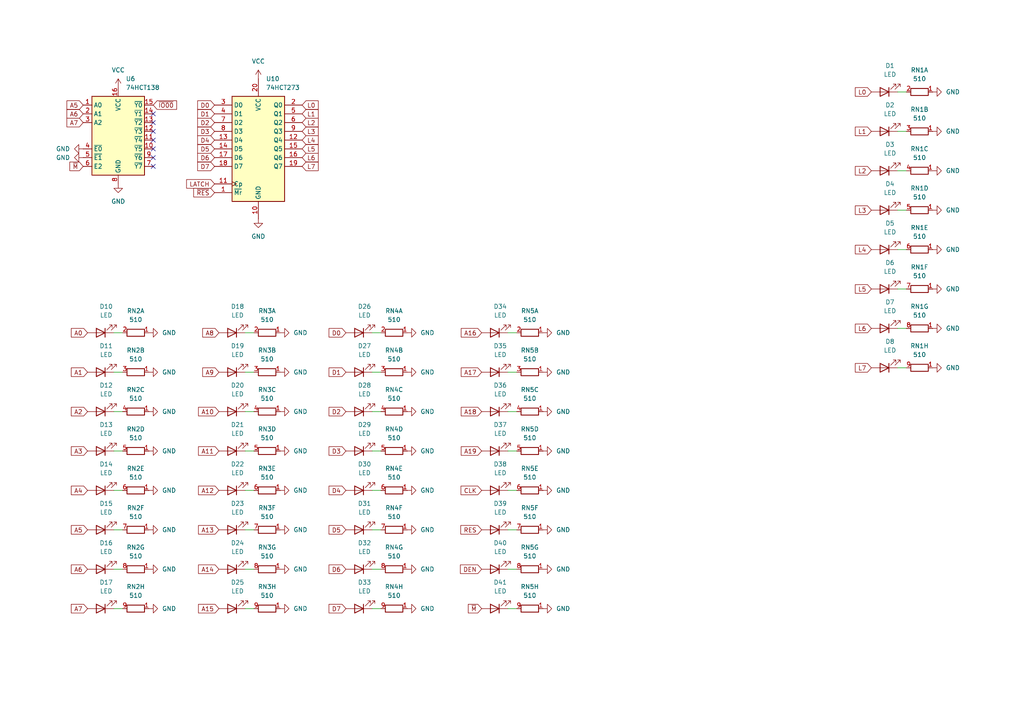
<source format=kicad_sch>
(kicad_sch (version 20250114) (generator "eeschema") (generator_version "9.0")
  (paper "A4")
  (title_block (title "Morse Board 8088 TEST BOARD") (date "2025-05-21") (rev "1"))
  (lib_symbols
    (symbol "74xx:74HC138"
      (property "Reference" "U" (at -7.62 13.97 0))
      (property "Value" "74HC138" (at 2.54 -11.43 0))
      (symbol "74HC138_1_1"
        (pin input line (at -10.16 10.16 0) (length 2.54) (name "A0") (number "1"))
        (pin input line (at -10.16 7.62 0) (length 2.54) (name "A1") (number "2"))
        (pin input line (at -10.16 5.08 0) (length 2.54) (name "A2") (number "3"))
        (pin input line (at -10.16 -2.54 0) (length 2.54) (name "~{E0}") (number "4"))
        (pin input line (at -10.16 -5.08 0) (length 2.54) (name "~{E1}") (number "5"))
        (pin input line (at -10.16 -7.62 0) (length 2.54) (name "E2") (number "6"))
        (pin power_in line (at 0 15.24 270) (length 2.54) (name "VCC") (number "16"))
        (pin power_in line (at 0 -12.7 90) (length 2.54) (name "GND") (number "8"))
        (pin output line (at 10.16 10.16 180) (length 2.54) (name "~{Y0}") (number "15"))
        (pin output line (at 10.16 7.62 180) (length 2.54) (name "~{Y1}") (number "14"))
        (pin output line (at 10.16 5.08 180) (length 2.54) (name "~{Y2}") (number "13"))
        (pin output line (at 10.16 2.54 180) (length 2.54) (name "~{Y3}") (number "12"))
        (pin output line (at 10.16 0 180) (length 2.54) (name "~{Y4}") (number "11"))
        (pin output line (at 10.16 -2.54 180) (length 2.54) (name "~{Y5}") (number "10"))
        (pin output line (at 10.16 -5.08 180) (length 2.54) (name "~{Y6}") (number "9"))
        (pin output line (at 10.16 -7.62 180) (length 2.54) (name "~{Y7}") (number "7"))
      )
    )
    (symbol "74xx:74HC273"
      (property "Reference" "U" (at -7.62 16.51 0))
      (property "Value" "74HC273" (at -7.62 -16.51 0))
      (symbol "74HC273_1_0"
        (pin input line (at -12.7 12.7 0) (length 5.08) (name "D0") (number "3"))
        (pin input line (at -12.7 10.16 0) (length 5.08) (name "D1") (number "4"))
        (pin input line (at -12.7 7.62 0) (length 5.08) (name "D2") (number "7"))
        (pin input line (at -12.7 5.08 0) (length 5.08) (name "D3") (number "8"))
        (pin input line (at -12.7 2.54 0) (length 5.08) (name "D4") (number "13"))
        (pin input line (at -12.7 0 0) (length 5.08) (name "D5") (number "14"))
        (pin input line (at -12.7 -2.54 0) (length 5.08) (name "D6") (number "17"))
        (pin input line (at -12.7 -5.08 0) (length 5.08) (name "D7") (number "18"))
        (pin input clock (at -12.7 -10.16 0) (length 5.08) (name "Cp") (number "11"))
        (pin input line (at -12.7 -12.7 0) (length 5.08) (name "~{Mr}") (number "1"))
        (pin power_in line (at 0 20.32 270) (length 5.08) (name "VCC") (number "20"))
        (pin power_in line (at 0 -20.32 90) (length 5.08) (name "GND") (number "10"))
        (pin output line (at 12.7 12.7 180) (length 5.08) (name "Q0") (number "2"))
        (pin output line (at 12.7 10.16 180) (length 5.08) (name "Q1") (number "5"))
        (pin output line (at 12.7 7.62 180) (length 5.08) (name "Q2") (number "6"))
        (pin output line (at 12.7 5.08 180) (length 5.08) (name "Q3") (number "9"))
        (pin output line (at 12.7 2.54 180) (length 5.08) (name "Q4") (number "12"))
        (pin output line (at 12.7 0 180) (length 5.08) (name "Q5") (number "15"))
        (pin output line (at 12.7 -2.54 180) (length 5.08) (name "Q6") (number "16"))
        (pin output line (at 12.7 -5.08 180) (length 5.08) (name "Q7") (number "19"))
      )
    )
    (symbol "Device:LED" (pin_numbers (hide yes)) (pin_names (offset 1.016) (hide yes))
      (property "Reference" "D" (at 0 2.54 0))
      (property "Value" "LED" (at 0 -2.54 0))
      (symbol "LED_1_1"
        (pin passive line (at -3.81 0 0) (length 2.54) (name "K") (number "1"))
        (pin passive line (at 3.81 0 180) (length 2.54) (name "A") (number "2"))
      )
    )
    (symbol "Device:R_Network08_Split" (pin_names (offset 0) (hide yes))
      (property "Reference" "RN" (at 2.032 0 90))
      (property "Value" "R_Network08_Split" (at 0 0 90))
      (symbol "R_Network08_Split_0_1"
        (pin passive line (at 0 3.81 270) (length 1.27) (name "R1") (number "1"))
      )
      (symbol "R_Network08_Split_1_1"
        (pin passive line (at 0 -3.81 90) (length 1.27) (name "R1.2") (number "2"))
      )
      (symbol "R_Network08_Split_2_1"
        (pin passive line (at 0 -3.81 90) (length 1.27) (name "R2.2") (number "3"))
      )
      (symbol "R_Network08_Split_3_1"
        (pin passive line (at 0 -3.81 90) (length 1.27) (name "R3.2") (number "4"))
      )
      (symbol "R_Network08_Split_4_1"
        (pin passive line (at 0 -3.81 90) (length 1.27) (name "R4.2") (number "5"))
      )
      (symbol "R_Network08_Split_5_1"
        (pin passive line (at 0 -3.81 90) (length 1.27) (name "R5.2") (number "6"))
      )
      (symbol "R_Network08_Split_6_1"
        (pin passive line (at 0 -3.81 90) (length 1.27) (name "R6.2") (number "7"))
      )
      (symbol "R_Network08_Split_7_1"
        (pin passive line (at 0 -3.81 90) (length 1.27) (name "R7.2") (number "8"))
      )
      (symbol "R_Network08_Split_8_1"
        (pin passive line (at 0 -3.81 90) (length 1.27) (name "R8.2") (number "9"))
      )
    )
    (symbol "power:GND" (power) (pin_numbers (hide yes)) (pin_names (offset 0) (hide yes))
      (property "Value" "GND" (at 0 -3.81 0))
      (symbol "GND_1_1"
        (pin power_in line (at 0 0 270) (length 0) (name "~") (number "1"))
      )
    )
    (symbol "power:VCC" (power) (pin_numbers (hide yes)) (pin_names (offset 0) (hide yes))
      (property "Value" "VCC" (at 0 3.556 0))
      (symbol "VCC_1_1"
        (pin power_in line (at 0 0 90) (length 0) (name "~") (number "1"))
      )
    )
  )
  (no_connect (at 44.45 43.18))
  (no_connect (at 44.45 38.1))
  (no_connect (at 44.45 45.72))
  (no_connect (at 44.45 35.56))
  (no_connect (at 44.45 33.02))
  (no_connect (at 44.45 48.26))
  (no_connect (at 44.45 40.64))
  (wire (pts (xy 262.89 49.53) (xy 260.35 49.53)))
  (wire (pts (xy 110.49 130.81) (xy 107.95 130.81)))
  (wire (pts (xy 262.89 60.96) (xy 260.35 60.96)))
  (wire (pts (xy 35.56 119.38) (xy 33.02 119.38)))
  (wire (pts (xy 110.49 119.38) (xy 107.95 119.38)))
  (wire (pts (xy 73.66 142.24) (xy 71.12 142.24)))
  (wire (pts (xy 73.66 176.53) (xy 71.12 176.53)))
  (wire (pts (xy 35.56 142.24) (xy 33.02 142.24)))
  (wire (pts (xy 73.66 153.67) (xy 71.12 153.67)))
  (wire (pts (xy 262.89 95.25) (xy 260.35 95.25)))
  (wire (pts (xy 73.66 119.38) (xy 71.12 119.38)))
  (wire (pts (xy 149.86 165.1) (xy 147.32 165.1)))
  (wire (pts (xy 262.89 38.1) (xy 260.35 38.1)))
  (wire (pts (xy 262.89 72.39) (xy 260.35 72.39)))
  (wire (pts (xy 149.86 142.24) (xy 147.32 142.24)))
  (wire (pts (xy 110.49 142.24) (xy 107.95 142.24)))
  (wire (pts (xy 149.86 119.38) (xy 147.32 119.38)))
  (wire (pts (xy 110.49 107.95) (xy 107.95 107.95)))
  (wire (pts (xy 149.86 96.52) (xy 147.32 96.52)))
  (wire (pts (xy 149.86 153.67) (xy 147.32 153.67)))
  (wire (pts (xy 35.56 107.95) (xy 33.02 107.95)))
  (wire (pts (xy 110.49 165.1) (xy 107.95 165.1)))
  (wire (pts (xy 149.86 130.81) (xy 147.32 130.81)))
  (wire (pts (xy 35.56 96.52) (xy 33.02 96.52)))
  (wire (pts (xy 35.56 153.67) (xy 33.02 153.67)))
  (wire (pts (xy 149.86 107.95) (xy 147.32 107.95)))
  (wire (pts (xy 110.49 96.52) (xy 107.95 96.52)))
  (wire (pts (xy 149.86 176.53) (xy 147.32 176.53)))
  (wire (pts (xy 73.66 96.52) (xy 71.12 96.52)))
  (wire (pts (xy 73.66 107.95) (xy 71.12 107.95)))
  (wire (pts (xy 35.56 176.53) (xy 33.02 176.53)))
  (wire (pts (xy 262.89 106.68) (xy 260.35 106.68)))
  (wire (pts (xy 35.56 165.1) (xy 33.02 165.1)))
  (wire (pts (xy 73.66 130.81) (xy 71.12 130.81)))
  (wire (pts (xy 110.49 153.67) (xy 107.95 153.67)))
  (wire (pts (xy 262.89 26.67) (xy 260.35 26.67)))
  (wire (pts (xy 110.49 176.53) (xy 107.95 176.53)))
  (wire (pts (xy 262.89 83.82) (xy 260.35 83.82)))
  (wire (pts (xy 35.56 130.81) (xy 33.02 130.81)))
  (wire (pts (xy 73.66 165.1) (xy 71.12 165.1)))
  (global_label "A13" (shape input) (at 63.5 153.67 180) (property "Intersheetrefs" "${INTERSHEET_REFS}" (effects (hide yes))))
  (global_label "D0" (shape input) (at 62.23 30.48 180) (property "Intersheetrefs" "${INTERSHEET_REFS}" (effects (hide yes))))
  (global_label "D2" (shape input) (at 100.33 119.38 180) (property "Intersheetrefs" "${INTERSHEET_REFS}" (effects (hide yes))))
  (global_label "A12" (shape input) (at 63.5 142.24 180) (property "Intersheetrefs" "${INTERSHEET_REFS}" (effects (hide yes))))
  (global_label "L4" (shape input) (at 87.63 40.64 0) (property "Intersheetrefs" "${INTERSHEET_REFS}" (effects (hide yes))))
  (global_label "~{IO00}" (shape input) (at 44.45 30.48 0) (property "Intersheetrefs" "${INTERSHEET_REFS}" (effects (hide yes))))
  (global_label "D6" (shape input) (at 100.33 165.1 180) (property "Intersheetrefs" "${INTERSHEET_REFS}" (effects (hide yes))))
  (global_label "A15" (shape input) (at 63.5 176.53 180) (property "Intersheetrefs" "${INTERSHEET_REFS}" (effects (hide yes))))
  (global_label "A16" (shape input) (at 139.7 96.52 180) (property "Intersheetrefs" "${INTERSHEET_REFS}" (effects (hide yes))))
  (global_label "A6" (shape input) (at 25.4 165.1 180) (property "Intersheetrefs" "${INTERSHEET_REFS}" (effects (hide yes))))
  (global_label "D3" (shape input) (at 62.23 38.1 180) (property "Intersheetrefs" "${INTERSHEET_REFS}" (effects (hide yes))))
  (global_label "D1" (shape input) (at 62.23 33.02 180) (property "Intersheetrefs" "${INTERSHEET_REFS}" (effects (hide yes))))
  (global_label "D6" (shape input) (at 62.23 45.72 180) (property "Intersheetrefs" "${INTERSHEET_REFS}" (effects (hide yes))))
  (global_label "D4" (shape input) (at 62.23 40.64 180) (property "Intersheetrefs" "${INTERSHEET_REFS}" (effects (hide yes))))
  (global_label "L3" (shape input) (at 252.73 60.96 180) (property "Intersheetrefs" "${INTERSHEET_REFS}" (effects (hide yes))))
  (global_label "L2" (shape input) (at 87.63 35.56 0) (property "Intersheetrefs" "${INTERSHEET_REFS}" (effects (hide yes))))
  (global_label "L4" (shape input) (at 252.73 72.39 180) (property "Intersheetrefs" "${INTERSHEET_REFS}" (effects (hide yes))))
  (global_label "L2" (shape input) (at 252.73 49.53 180) (property "Intersheetrefs" "${INTERSHEET_REFS}" (effects (hide yes))))
  (global_label "A5" (shape input) (at 25.4 153.67 180) (property "Intersheetrefs" "${INTERSHEET_REFS}" (effects (hide yes))))
  (global_label "DEN" (shape input) (at 139.7 165.1 180) (property "Intersheetrefs" "${INTERSHEET_REFS}" (effects (hide yes))))
  (global_label "RES" (shape input) (at 139.7 153.67 180) (property "Intersheetrefs" "${INTERSHEET_REFS}" (effects (hide yes))))
  (global_label "L6" (shape input) (at 87.63 45.72 0) (property "Intersheetrefs" "${INTERSHEET_REFS}" (effects (hide yes))))
  (global_label "A6" (shape input) (at 24.13 33.02 180) (property "Intersheetrefs" "${INTERSHEET_REFS}" (effects (hide yes))))
  (global_label "A17" (shape input) (at 139.7 107.95 180) (property "Intersheetrefs" "${INTERSHEET_REFS}" (effects (hide yes))))
  (global_label "A2" (shape input) (at 25.4 119.38 180) (property "Intersheetrefs" "${INTERSHEET_REFS}" (effects (hide yes))))
  (global_label "A10" (shape input) (at 63.5 119.38 180) (property "Intersheetrefs" "${INTERSHEET_REFS}" (effects (hide yes))))
  (global_label "A8" (shape input) (at 63.5 96.52 180) (property "Intersheetrefs" "${INTERSHEET_REFS}" (effects (hide yes))))
  (global_label "A18" (shape input) (at 139.7 119.38 180) (property "Intersheetrefs" "${INTERSHEET_REFS}" (effects (hide yes))))
  (global_label "D4" (shape input) (at 100.33 142.24 180) (property "Intersheetrefs" "${INTERSHEET_REFS}" (effects (hide yes))))
  (global_label "~{RES}" (shape input) (at 62.23 55.88 180) (property "Intersheetrefs" "${INTERSHEET_REFS}" (effects (hide yes))))
  (global_label "L7" (shape input) (at 87.63 48.26 0) (property "Intersheetrefs" "${INTERSHEET_REFS}" (effects (hide yes))))
  (global_label "A9" (shape input) (at 63.5 107.95 180) (property "Intersheetrefs" "${INTERSHEET_REFS}" (effects (hide yes))))
  (global_label "L1" (shape input) (at 252.73 38.1 180) (property "Intersheetrefs" "${INTERSHEET_REFS}" (effects (hide yes))))
  (global_label "A1" (shape input) (at 25.4 107.95 180) (property "Intersheetrefs" "${INTERSHEET_REFS}" (effects (hide yes))))
  (global_label "~{M}" (shape input) (at 139.7 176.53 180) (property "Intersheetrefs" "${INTERSHEET_REFS}" (effects (hide yes))))
  (global_label "A0" (shape input) (at 25.4 96.52 180) (property "Intersheetrefs" "${INTERSHEET_REFS}" (effects (hide yes))))
  (global_label "D1" (shape input) (at 100.33 107.95 180) (property "Intersheetrefs" "${INTERSHEET_REFS}" (effects (hide yes))))
  (global_label "A19" (shape input) (at 139.7 130.81 180) (property "Intersheetrefs" "${INTERSHEET_REFS}" (effects (hide yes))))
  (global_label "D7" (shape input) (at 62.23 48.26 180) (property "Intersheetrefs" "${INTERSHEET_REFS}" (effects (hide yes))))
  (global_label "L5" (shape input) (at 252.73 83.82 180) (property "Intersheetrefs" "${INTERSHEET_REFS}" (effects (hide yes))))
  (global_label "L0" (shape input) (at 87.63 30.48 0) (property "Intersheetrefs" "${INTERSHEET_REFS}" (effects (hide yes))))
  (global_label "~{M}" (shape input) (at 24.13 48.26 180) (property "Intersheetrefs" "${INTERSHEET_REFS}" (effects (hide yes))))
  (global_label "A7" (shape input) (at 24.13 35.56 180) (property "Intersheetrefs" "${INTERSHEET_REFS}" (effects (hide yes))))
  (global_label "LATCH" (shape input) (at 62.23 53.34 180) (property "Intersheetrefs" "${INTERSHEET_REFS}" (effects (hide yes))))
  (global_label "A14" (shape input) (at 63.5 165.1 180) (property "Intersheetrefs" "${INTERSHEET_REFS}" (effects (hide yes))))
  (global_label "D7" (shape input) (at 100.33 176.53 180) (property "Intersheetrefs" "${INTERSHEET_REFS}" (effects (hide yes))))
  (global_label "L7" (shape input) (at 252.73 106.68 180) (property "Intersheetrefs" "${INTERSHEET_REFS}" (effects (hide yes))))
  (global_label "D5" (shape input) (at 100.33 153.67 180) (property "Intersheetrefs" "${INTERSHEET_REFS}" (effects (hide yes))))
  (global_label "A4" (shape input) (at 25.4 142.24 180) (property "Intersheetrefs" "${INTERSHEET_REFS}" (effects (hide yes))))
  (global_label "L1" (shape input) (at 87.63 33.02 0) (property "Intersheetrefs" "${INTERSHEET_REFS}" (effects (hide yes))))
  (global_label "D3" (shape input) (at 100.33 130.81 180) (property "Intersheetrefs" "${INTERSHEET_REFS}" (effects (hide yes))))
  (global_label "L0" (shape input) (at 252.73 26.67 180) (property "Intersheetrefs" "${INTERSHEET_REFS}" (effects (hide yes))))
  (global_label "D0" (shape input) (at 100.33 96.52 180) (property "Intersheetrefs" "${INTERSHEET_REFS}" (effects (hide yes))))
  (global_label "A7" (shape input) (at 25.4 176.53 180) (property "Intersheetrefs" "${INTERSHEET_REFS}" (effects (hide yes))))
  (global_label "L3" (shape input) (at 87.63 38.1 0) (property "Intersheetrefs" "${INTERSHEET_REFS}" (effects (hide yes))))
  (global_label "A5" (shape input) (at 24.13 30.48 180) (property "Intersheetrefs" "${INTERSHEET_REFS}" (effects (hide yes))))
  (global_label "L6" (shape input) (at 252.73 95.25 180) (property "Intersheetrefs" "${INTERSHEET_REFS}" (effects (hide yes))))
  (global_label "D2" (shape input) (at 62.23 35.56 180) (property "Intersheetrefs" "${INTERSHEET_REFS}" (effects (hide yes))))
  (global_label "L5" (shape input) (at 87.63 43.18 0) (property "Intersheetrefs" "${INTERSHEET_REFS}" (effects (hide yes))))
  (global_label "A11" (shape input) (at 63.5 130.81 180) (property "Intersheetrefs" "${INTERSHEET_REFS}" (effects (hide yes))))
  (global_label "A3" (shape input) (at 25.4 130.81 180) (property "Intersheetrefs" "${INTERSHEET_REFS}" (effects (hide yes))))
  (global_label "CLK" (shape input) (at 139.7 142.24 180) (property "Intersheetrefs" "${INTERSHEET_REFS}" (effects (hide yes))))
  (global_label "D5" (shape input) (at 62.23 43.18 180) (property "Intersheetrefs" "${INTERSHEET_REFS}" (effects (hide yes))))
  (symbol (lib_id "power:GND") (at 270.51 26.67 90) (unit 1)
    (property "Reference" "#PWR046" (effects (hide yes)))
    (property "Value" "GND" (at 274.32 26.6699 90) (effects (justify right)))
    (property "Description" "Power symbol creates a global label with name \"GND\" , ground" (effects (hide yes)))
  )
  (symbol (lib_id "Device:LED") (at 104.14 165.1 180) (unit 1)
    (property "Reference" "D32" (at 105.7275 157.48 0))
    (property "Value" "LED" (at 105.7275 160.02 0))
    (property "Footprint" "LED_THT:LED_D5.0mm" (effects (hide yes)))
    (property "Description" "Light emitting diode" (effects (hide yes)))
    (property "Sim.Pins" "1=K 2=A" (effects (hide yes)))
  )
  (symbol (lib_id "Device:R_Network08_Split") (at 39.37 119.38 270) (unit 3)
    (property "Reference" "RN2" (at 39.37 113.03 90))
    (property "Value" "510" (at 39.37 115.57 90))
    (property "Footprint" "Resistor_THT:R_Array_SIP9" (effects (hide yes)))
    (property "Datasheet" "http://www.vishay.com/docs/31509/csc.pdf" (effects (hide yes)))
    (property "Description" "8 resistor network, star topology, bussed resistors, split" (effects (hide yes)))
  )
  (symbol (lib_id "Device:LED") (at 143.51 142.24 180) (unit 1)
    (property "Reference" "D38" (at 145.0975 134.62 0))
    (property "Value" "LED" (at 145.0975 137.16 0))
    (property "Footprint" "LED_THT:LED_D5.0mm" (effects (hide yes)))
    (property "Description" "Light emitting diode" (effects (hide yes)))
    (property "Sim.Pins" "1=K 2=A" (effects (hide yes)))
  )
  (symbol (lib_id "power:GND") (at 118.11 165.1 90) (unit 1)
    (property "Reference" "#PWR0105" (effects (hide yes)))
    (property "Value" "GND" (at 121.92 165.0999 90) (effects (justify right)))
    (property "Description" "Power symbol creates a global label with name \"GND\" , ground" (effects (hide yes)))
  )
  (symbol (lib_id "Device:R_Network08_Split") (at 266.7 49.53 270) (unit 3)
    (property "Reference" "RN1" (at 266.7 43.18 90))
    (property "Value" "510" (at 266.7 45.72 90))
    (property "Footprint" "Resistor_THT:R_Array_SIP9" (effects (hide yes)))
    (property "Datasheet" "http://www.vishay.com/docs/31509/csc.pdf" (effects (hide yes)))
    (property "Description" "8 resistor network, star topology, bussed resistors, split" (effects (hide yes)))
  )
  (symbol (lib_id "power:GND") (at 270.51 38.1 90) (unit 1)
    (property "Reference" "#PWR047" (effects (hide yes)))
    (property "Value" "GND" (at 274.32 38.0999 90) (effects (justify right)))
    (property "Description" "Power symbol creates a global label with name \"GND\" , ground" (effects (hide yes)))
  )
  (symbol (lib_id "power:GND") (at 157.48 130.81 90) (unit 1)
    (property "Reference" "#PWR0110" (effects (hide yes)))
    (property "Value" "GND" (at 161.29 130.8099 90) (effects (justify right)))
    (property "Description" "Power symbol creates a global label with name \"GND\" , ground" (effects (hide yes)))
  )
  (symbol (lib_id "Device:LED") (at 67.31 142.24 180) (unit 1)
    (property "Reference" "D22" (at 68.8975 134.62 0))
    (property "Value" "LED" (at 68.8975 137.16 0))
    (property "Footprint" "LED_THT:LED_D5.0mm" (effects (hide yes)))
    (property "Description" "Light emitting diode" (effects (hide yes)))
    (property "Sim.Pins" "1=K 2=A" (effects (hide yes)))
  )
  (symbol (lib_id "Device:LED") (at 143.51 165.1 180) (unit 1)
    (property "Reference" "D40" (at 145.0975 157.48 0))
    (property "Value" "LED" (at 145.0975 160.02 0))
    (property "Footprint" "LED_THT:LED_D5.0mm" (effects (hide yes)))
    (property "Description" "Light emitting diode" (effects (hide yes)))
    (property "Sim.Pins" "1=K 2=A" (effects (hide yes)))
  )
  (symbol (lib_id "Device:LED") (at 143.51 119.38 180) (unit 1)
    (property "Reference" "D36" (at 145.0975 111.76 0))
    (property "Value" "LED" (at 145.0975 114.3 0))
    (property "Footprint" "LED_THT:LED_D5.0mm" (effects (hide yes)))
    (property "Description" "Light emitting diode" (effects (hide yes)))
    (property "Sim.Pins" "1=K 2=A" (effects (hide yes)))
  )
  (symbol (lib_id "power:GND") (at 157.48 176.53 90) (unit 1)
    (property "Reference" "#PWR0114" (effects (hide yes)))
    (property "Value" "GND" (at 161.29 176.5299 90) (effects (justify right)))
    (property "Description" "Power symbol creates a global label with name \"GND\" , ground" (effects (hide yes)))
  )
  (symbol (lib_id "Device:LED") (at 256.54 72.39 180) (unit 1)
    (property "Reference" "D5" (at 258.1275 64.77 0))
    (property "Value" "LED" (at 258.1275 67.31 0))
    (property "Footprint" "LED_THT:LED_D5.0mm" (effects (hide yes)))
    (property "Description" "Light emitting diode" (effects (hide yes)))
    (property "Sim.Pins" "1=K 2=A" (effects (hide yes)))
  )
  (symbol (lib_id "power:GND") (at 81.28 142.24 90) (unit 1)
    (property "Reference" "#PWR095" (effects (hide yes)))
    (property "Value" "GND" (at 85.09 142.2399 90) (effects (justify right)))
    (property "Description" "Power symbol creates a global label with name \"GND\" , ground" (effects (hide yes)))
  )
  (symbol (lib_id "Device:R_Network08_Split") (at 153.67 119.38 270) (unit 3)
    (property "Reference" "RN5" (at 153.67 113.03 90))
    (property "Value" "510" (at 153.67 115.57 90))
    (property "Footprint" "Resistor_THT:R_Array_SIP9" (effects (hide yes)))
    (property "Datasheet" "http://www.vishay.com/docs/31509/csc.pdf" (effects (hide yes)))
    (property "Description" "8 resistor network, star topology, bussed resistors, split" (effects (hide yes)))
  )
  (symbol (lib_id "Device:R_Network08_Split") (at 153.67 165.1 270) (unit 7)
    (property "Reference" "RN5" (at 153.67 158.75 90))
    (property "Value" "510" (at 153.67 161.29 90))
    (property "Footprint" "Resistor_THT:R_Array_SIP9" (effects (hide yes)))
    (property "Datasheet" "http://www.vishay.com/docs/31509/csc.pdf" (effects (hide yes)))
    (property "Description" "8 resistor network, star topology, bussed resistors, split" (effects (hide yes)))
  )
  (symbol (lib_id "Device:R_Network08_Split") (at 39.37 107.95 270) (unit 2)
    (property "Reference" "RN2" (at 39.37 101.6 90))
    (property "Value" "510" (at 39.37 104.14 90))
    (property "Footprint" "Resistor_THT:R_Array_SIP9" (effects (hide yes)))
    (property "Datasheet" "http://www.vishay.com/docs/31509/csc.pdf" (effects (hide yes)))
    (property "Description" "8 resistor network, star topology, bussed resistors, split" (effects (hide yes)))
  )
  (symbol (lib_id "Device:LED") (at 67.31 153.67 180) (unit 1)
    (property "Reference" "D23" (at 68.8975 146.05 0))
    (property "Value" "LED" (at 68.8975 148.59 0))
    (property "Footprint" "LED_THT:LED_D5.0mm" (effects (hide yes)))
    (property "Description" "Light emitting diode" (effects (hide yes)))
    (property "Sim.Pins" "1=K 2=A" (effects (hide yes)))
  )
  (symbol (lib_id "power:GND") (at 118.11 176.53 90) (unit 1)
    (property "Reference" "#PWR0106" (effects (hide yes)))
    (property "Value" "GND" (at 121.92 176.5299 90) (effects (justify right)))
    (property "Description" "Power symbol creates a global label with name \"GND\" , ground" (effects (hide yes)))
  )
  (symbol (lib_id "Device:LED") (at 67.31 107.95 180) (unit 1)
    (property "Reference" "D19" (at 68.8975 100.33 0))
    (property "Value" "LED" (at 68.8975 102.87 0))
    (property "Footprint" "LED_THT:LED_D5.0mm" (effects (hide yes)))
    (property "Description" "Light emitting diode" (effects (hide yes)))
    (property "Sim.Pins" "1=K 2=A" (effects (hide yes)))
  )
  (symbol (lib_id "Device:LED") (at 104.14 130.81 180) (unit 1)
    (property "Reference" "D29" (at 105.7275 123.19 0))
    (property "Value" "LED" (at 105.7275 125.73 0))
    (property "Footprint" "LED_THT:LED_D5.0mm" (effects (hide yes)))
    (property "Description" "Light emitting diode" (effects (hide yes)))
    (property "Sim.Pins" "1=K 2=A" (effects (hide yes)))
  )
  (symbol (lib_id "Device:R_Network08_Split") (at 114.3 142.24 270) (unit 5)
    (property "Reference" "RN4" (at 114.3 135.89 90))
    (property "Value" "510" (at 114.3 138.43 90))
    (property "Footprint" "Resistor_THT:R_Array_SIP9" (effects (hide yes)))
    (property "Datasheet" "http://www.vishay.com/docs/31509/csc.pdf" (effects (hide yes)))
    (property "Description" "8 resistor network, star topology, bussed resistors, split" (effects (hide yes)))
  )
  (symbol (lib_id "power:GND") (at 43.18 107.95 90) (unit 1)
    (property "Reference" "#PWR084" (effects (hide yes)))
    (property "Value" "GND" (at 46.99 107.9499 90) (effects (justify right)))
    (property "Description" "Power symbol creates a global label with name \"GND\" , ground" (effects (hide yes)))
  )
  (symbol (lib_id "power:VCC") (at 74.93 22.86 0) (unit 1)
    (property "Reference" "#PWR042" (effects (hide yes)))
    (property "Value" "VCC" (at 74.93 17.78 0))
    (property "Description" "Power symbol creates a global label with name \"VCC\"" (effects (hide yes)))
  )
  (symbol (lib_id "power:GND") (at 118.11 153.67 90) (unit 1)
    (property "Reference" "#PWR0104" (effects (hide yes)))
    (property "Value" "GND" (at 121.92 153.6699 90) (effects (justify right)))
    (property "Description" "Power symbol creates a global label with name \"GND\" , ground" (effects (hide yes)))
  )
  (symbol (lib_id "Device:LED") (at 67.31 96.52 180) (unit 1)
    (property "Reference" "D18" (at 68.8975 88.9 0))
    (property "Value" "LED" (at 68.8975 91.44 0))
    (property "Footprint" "LED_THT:LED_D5.0mm" (effects (hide yes)))
    (property "Description" "Light emitting diode" (effects (hide yes)))
    (property "Sim.Pins" "1=K 2=A" (effects (hide yes)))
  )
  (symbol (lib_id "power:GND") (at 81.28 176.53 90) (unit 1)
    (property "Reference" "#PWR098" (effects (hide yes)))
    (property "Value" "GND" (at 85.09 176.5299 90) (effects (justify right)))
    (property "Description" "Power symbol creates a global label with name \"GND\" , ground" (effects (hide yes)))
  )
  (symbol (lib_id "Device:R_Network08_Split") (at 77.47 96.52 270) (unit 1)
    (property "Reference" "RN3" (at 77.47 90.17 90))
    (property "Value" "510" (at 77.47 92.71 90))
    (property "Footprint" "Resistor_THT:R_Array_SIP9" (effects (hide yes)))
    (property "Datasheet" "http://www.vishay.com/docs/31509/csc.pdf" (effects (hide yes)))
    (property "Description" "8 resistor network, star topology, bussed resistors, split" (effects (hide yes)))
  )
  (symbol (lib_id "Device:R_Network08_Split") (at 266.7 83.82 270) (unit 6)
    (property "Reference" "RN1" (at 266.7 77.47 90))
    (property "Value" "510" (at 266.7 80.01 90))
    (property "Footprint" "Resistor_THT:R_Array_SIP9" (effects (hide yes)))
    (property "Datasheet" "http://www.vishay.com/docs/31509/csc.pdf" (effects (hide yes)))
    (property "Description" "8 resistor network, star topology, bussed resistors, split" (effects (hide yes)))
  )
  (symbol (lib_id "Device:R_Network08_Split") (at 114.3 119.38 270) (unit 3)
    (property "Reference" "RN4" (at 114.3 113.03 90))
    (property "Value" "510" (at 114.3 115.57 90))
    (property "Footprint" "Resistor_THT:R_Array_SIP9" (effects (hide yes)))
    (property "Datasheet" "http://www.vishay.com/docs/31509/csc.pdf" (effects (hide yes)))
    (property "Description" "8 resistor network, star topology, bussed resistors, split" (effects (hide yes)))
  )
  (symbol (lib_id "Device:R_Network08_Split") (at 266.7 72.39 270) (unit 5)
    (property "Reference" "RN1" (at 266.7 66.04 90))
    (property "Value" "510" (at 266.7 68.58 90))
    (property "Footprint" "Resistor_THT:R_Array_SIP9" (effects (hide yes)))
    (property "Datasheet" "http://www.vishay.com/docs/31509/csc.pdf" (effects (hide yes)))
    (property "Description" "8 resistor network, star topology, bussed resistors, split" (effects (hide yes)))
  )
  (symbol (lib_id "power:GND") (at 270.51 95.25 90) (unit 1)
    (property "Reference" "#PWR052" (effects (hide yes)))
    (property "Value" "GND" (at 274.32 95.2499 90) (effects (justify right)))
    (property "Description" "Power symbol creates a global label with name \"GND\" , ground" (effects (hide yes)))
  )
  (symbol (lib_id "Device:LED") (at 143.51 176.53 180) (unit 1)
    (property "Reference" "D41" (at 145.0975 168.91 0))
    (property "Value" "LED" (at 145.0975 171.45 0))
    (property "Footprint" "LED_THT:LED_D5.0mm" (effects (hide yes)))
    (property "Description" "Light emitting diode" (effects (hide yes)))
    (property "Sim.Pins" "1=K 2=A" (effects (hide yes)))
  )
  (symbol (lib_id "power:GND") (at 118.11 142.24 90) (unit 1)
    (property "Reference" "#PWR0103" (effects (hide yes)))
    (property "Value" "GND" (at 121.92 142.2399 90) (effects (justify right)))
    (property "Description" "Power symbol creates a global label with name \"GND\" , ground" (effects (hide yes)))
  )
  (symbol (lib_id "Device:LED") (at 29.21 130.81 180) (unit 1)
    (property "Reference" "D13" (at 30.7975 123.19 0))
    (property "Value" "LED" (at 30.7975 125.73 0))
    (property "Footprint" "LED_THT:LED_D5.0mm" (effects (hide yes)))
    (property "Description" "Light emitting diode" (effects (hide yes)))
    (property "Sim.Pins" "1=K 2=A" (effects (hide yes)))
  )
  (symbol (lib_id "Device:R_Network08_Split") (at 77.47 153.67 270) (unit 6)
    (property "Reference" "RN3" (at 77.47 147.32 90))
    (property "Value" "510" (at 77.47 149.86 90))
    (property "Footprint" "Resistor_THT:R_Array_SIP9" (effects (hide yes)))
    (property "Datasheet" "http://www.vishay.com/docs/31509/csc.pdf" (effects (hide yes)))
    (property "Description" "8 resistor network, star topology, bussed resistors, split" (effects (hide yes)))
  )
  (symbol (lib_id "Device:R_Network08_Split") (at 77.47 142.24 270) (unit 5)
    (property "Reference" "RN3" (at 77.47 135.89 90))
    (property "Value" "510" (at 77.47 138.43 90))
    (property "Footprint" "Resistor_THT:R_Array_SIP9" (effects (hide yes)))
    (property "Datasheet" "http://www.vishay.com/docs/31509/csc.pdf" (effects (hide yes)))
    (property "Description" "8 resistor network, star topology, bussed resistors, split" (effects (hide yes)))
  )
  (symbol (lib_id "Device:R_Network08_Split") (at 153.67 176.53 270) (unit 8)
    (property "Reference" "RN5" (at 153.67 170.18 90))
    (property "Value" "510" (at 153.67 172.72 90))
    (property "Footprint" "Resistor_THT:R_Array_SIP9" (effects (hide yes)))
    (property "Datasheet" "http://www.vishay.com/docs/31509/csc.pdf" (effects (hide yes)))
    (property "Description" "8 resistor network, star topology, bussed resistors, split" (effects (hide yes)))
  )
  (symbol (lib_id "power:GND") (at 24.13 45.72 270) (unit 1)
    (property "Reference" "#PWR029" (effects (hide yes)))
    (property "Value" "GND" (at 20.32 45.7199 90) (effects (justify right)))
    (property "Description" "Power symbol creates a global label with name \"GND\" , ground" (effects (hide yes)))
  )
  (symbol (lib_id "power:GND") (at 81.28 119.38 90) (unit 1)
    (property "Reference" "#PWR093" (effects (hide yes)))
    (property "Value" "GND" (at 85.09 119.3799 90) (effects (justify right)))
    (property "Description" "Power symbol creates a global label with name \"GND\" , ground" (effects (hide yes)))
  )
  (symbol (lib_id "Device:R_Network08_Split") (at 114.3 165.1 270) (unit 7)
    (property "Reference" "RN4" (at 114.3 158.75 90))
    (property "Value" "510" (at 114.3 161.29 90))
    (property "Footprint" "Resistor_THT:R_Array_SIP9" (effects (hide yes)))
    (property "Datasheet" "http://www.vishay.com/docs/31509/csc.pdf" (effects (hide yes)))
    (property "Description" "8 resistor network, star topology, bussed resistors, split" (effects (hide yes)))
  )
  (symbol (lib_id "power:GND") (at 74.93 63.5 0) (unit 1)
    (property "Reference" "#PWR043" (effects (hide yes)))
    (property "Value" "GND" (at 74.93 68.58 0))
    (property "Description" "Power symbol creates a global label with name \"GND\" , ground" (effects (hide yes)))
  )
  (symbol (lib_id "Device:R_Network08_Split") (at 114.3 107.95 270) (unit 2)
    (property "Reference" "RN4" (at 114.3 101.6 90))
    (property "Value" "510" (at 114.3 104.14 90))
    (property "Footprint" "Resistor_THT:R_Array_SIP9" (effects (hide yes)))
    (property "Datasheet" "http://www.vishay.com/docs/31509/csc.pdf" (effects (hide yes)))
    (property "Description" "8 resistor network, star topology, bussed resistors, split" (effects (hide yes)))
  )
  (symbol (lib_id "Device:R_Network08_Split") (at 114.3 176.53 270) (unit 8)
    (property "Reference" "RN4" (at 114.3 170.18 90))
    (property "Value" "510" (at 114.3 172.72 90))
    (property "Footprint" "Resistor_THT:R_Array_SIP9" (effects (hide yes)))
    (property "Datasheet" "http://www.vishay.com/docs/31509/csc.pdf" (effects (hide yes)))
    (property "Description" "8 resistor network, star topology, bussed resistors, split" (effects (hide yes)))
  )
  (symbol (lib_id "Device:LED") (at 256.54 106.68 180) (unit 1)
    (property "Reference" "D8" (at 258.1275 99.06 0))
    (property "Value" "LED" (at 258.1275 101.6 0))
    (property "Footprint" "LED_THT:LED_D5.0mm" (effects (hide yes)))
    (property "Description" "Light emitting diode" (effects (hide yes)))
    (property "Sim.Pins" "1=K 2=A" (effects (hide yes)))
  )
  (symbol (lib_id "Device:R_Network08_Split") (at 77.47 130.81 270) (unit 4)
    (property "Reference" "RN3" (at 77.47 124.46 90))
    (property "Value" "510" (at 77.47 127 90))
    (property "Footprint" "Resistor_THT:R_Array_SIP9" (effects (hide yes)))
    (property "Datasheet" "http://www.vishay.com/docs/31509/csc.pdf" (effects (hide yes)))
    (property "Description" "8 resistor network, star topology, bussed resistors, split" (effects (hide yes)))
  )
  (symbol (lib_id "power:GND") (at 157.48 119.38 90) (unit 1)
    (property "Reference" "#PWR0109" (effects (hide yes)))
    (property "Value" "GND" (at 161.29 119.3799 90) (effects (justify right)))
    (property "Description" "Power symbol creates a global label with name \"GND\" , ground" (effects (hide yes)))
  )
  (symbol (lib_id "Device:LED") (at 143.51 153.67 180) (unit 1)
    (property "Reference" "D39" (at 145.0975 146.05 0))
    (property "Value" "LED" (at 145.0975 148.59 0))
    (property "Footprint" "LED_THT:LED_D5.0mm" (effects (hide yes)))
    (property "Description" "Light emitting diode" (effects (hide yes)))
    (property "Sim.Pins" "1=K 2=A" (effects (hide yes)))
  )
  (symbol (lib_id "power:GND") (at 43.18 130.81 90) (unit 1)
    (property "Reference" "#PWR086" (effects (hide yes)))
    (property "Value" "GND" (at 46.99 130.8099 90) (effects (justify right)))
    (property "Description" "Power symbol creates a global label with name \"GND\" , ground" (effects (hide yes)))
  )
  (symbol (lib_id "Device:LED") (at 104.14 142.24 180) (unit 1)
    (property "Reference" "D30" (at 105.7275 134.62 0))
    (property "Value" "LED" (at 105.7275 137.16 0))
    (property "Footprint" "LED_THT:LED_D5.0mm" (effects (hide yes)))
    (property "Description" "Light emitting diode" (effects (hide yes)))
    (property "Sim.Pins" "1=K 2=A" (effects (hide yes)))
  )
  (symbol (lib_id "Device:R_Network08_Split") (at 39.37 165.1 270) (unit 7)
    (property "Reference" "RN2" (at 39.37 158.75 90))
    (property "Value" "510" (at 39.37 161.29 90))
    (property "Footprint" "Resistor_THT:R_Array_SIP9" (effects (hide yes)))
    (property "Datasheet" "http://www.vishay.com/docs/31509/csc.pdf" (effects (hide yes)))
    (property "Description" "8 resistor network, star topology, bussed resistors, split" (effects (hide yes)))
  )
  (symbol (lib_id "power:GND") (at 34.29 53.34 0) (unit 1)
    (property "Reference" "#PWR033" (effects (hide yes)))
    (property "Value" "GND" (at 34.29 58.42 0))
    (property "Description" "Power symbol creates a global label with name \"GND\" , ground" (effects (hide yes)))
  )
  (symbol (lib_id "Device:R_Network08_Split") (at 266.7 60.96 270) (unit 4)
    (property "Reference" "RN1" (at 266.7 54.61 90))
    (property "Value" "510" (at 266.7 57.15 90))
    (property "Footprint" "Resistor_THT:R_Array_SIP9" (effects (hide yes)))
    (property "Datasheet" "http://www.vishay.com/docs/31509/csc.pdf" (effects (hide yes)))
    (property "Description" "8 resistor network, star topology, bussed resistors, split" (effects (hide yes)))
  )
  (symbol (lib_id "power:GND") (at 43.18 176.53 90) (unit 1)
    (property "Reference" "#PWR090" (effects (hide yes)))
    (property "Value" "GND" (at 46.99 176.5299 90) (effects (justify right)))
    (property "Description" "Power symbol creates a global label with name \"GND\" , ground" (effects (hide yes)))
  )
  (symbol (lib_id "Device:LED") (at 29.21 119.38 180) (unit 1)
    (property "Reference" "D12" (at 30.7975 111.76 0))
    (property "Value" "LED" (at 30.7975 114.3 0))
    (property "Footprint" "LED_THT:LED_D5.0mm" (effects (hide yes)))
    (property "Description" "Light emitting diode" (effects (hide yes)))
    (property "Sim.Pins" "1=K 2=A" (effects (hide yes)))
  )
  (symbol (lib_id "power:GND") (at 270.51 49.53 90) (unit 1)
    (property "Reference" "#PWR048" (effects (hide yes)))
    (property "Value" "GND" (at 274.32 49.5299 90) (effects (justify right)))
    (property "Description" "Power symbol creates a global label with name \"GND\" , ground" (effects (hide yes)))
  )
  (symbol (lib_id "Device:LED") (at 67.31 119.38 180) (unit 1)
    (property "Reference" "D20" (at 68.8975 111.76 0))
    (property "Value" "LED" (at 68.8975 114.3 0))
    (property "Footprint" "LED_THT:LED_D5.0mm" (effects (hide yes)))
    (property "Description" "Light emitting diode" (effects (hide yes)))
    (property "Sim.Pins" "1=K 2=A" (effects (hide yes)))
  )
  (symbol (lib_id "power:GND") (at 270.51 83.82 90) (unit 1)
    (property "Reference" "#PWR051" (effects (hide yes)))
    (property "Value" "GND" (at 274.32 83.8199 90) (effects (justify right)))
    (property "Description" "Power symbol creates a global label with name \"GND\" , ground" (effects (hide yes)))
  )
  (symbol (lib_id "Device:LED") (at 104.14 153.67 180) (unit 1)
    (property "Reference" "D31" (at 105.7275 146.05 0))
    (property "Value" "LED" (at 105.7275 148.59 0))
    (property "Footprint" "LED_THT:LED_D5.0mm" (effects (hide yes)))
    (property "Description" "Light emitting diode" (effects (hide yes)))
    (property "Sim.Pins" "1=K 2=A" (effects (hide yes)))
  )
  (symbol (lib_id "power:GND") (at 157.48 107.95 90) (unit 1)
    (property "Reference" "#PWR0108" (effects (hide yes)))
    (property "Value" "GND" (at 161.29 107.9499 90) (effects (justify right)))
    (property "Description" "Power symbol creates a global label with name \"GND\" , ground" (effects (hide yes)))
  )
  (symbol (lib_id "Device:R_Network08_Split") (at 153.67 96.52 270) (unit 1)
    (property "Reference" "RN5" (at 153.67 90.17 90))
    (property "Value" "510" (at 153.67 92.71 90))
    (property "Footprint" "Resistor_THT:R_Array_SIP9" (effects (hide yes)))
    (property "Datasheet" "http://www.vishay.com/docs/31509/csc.pdf" (effects (hide yes)))
    (property "Description" "8 resistor network, star topology, bussed resistors, split" (effects (hide yes)))
  )
  (symbol (lib_id "power:GND") (at 43.18 96.52 90) (unit 1)
    (property "Reference" "#PWR083" (effects (hide yes)))
    (property "Value" "GND" (at 46.99 96.5199 90) (effects (justify right)))
    (property "Description" "Power symbol creates a global label with name \"GND\" , ground" (effects (hide yes)))
  )
  (symbol (lib_id "Device:R_Network08_Split") (at 266.7 26.67 270) (unit 1)
    (property "Reference" "RN1" (at 266.7 20.32 90))
    (property "Value" "510" (at 266.7 22.86 90))
    (property "Footprint" "Resistor_THT:R_Array_SIP9" (effects (hide yes)))
    (property "Datasheet" "http://www.vishay.com/docs/31509/csc.pdf" (effects (hide yes)))
    (property "Description" "8 resistor network, star topology, bussed resistors, split" (effects (hide yes)))
  )
  (symbol (lib_id "Device:LED") (at 29.21 96.52 180) (unit 1)
    (property "Reference" "D10" (at 30.7975 88.9 0))
    (property "Value" "LED" (at 30.7975 91.44 0))
    (property "Footprint" "LED_THT:LED_D5.0mm" (effects (hide yes)))
    (property "Description" "Light emitting diode" (effects (hide yes)))
    (property "Sim.Pins" "1=K 2=A" (effects (hide yes)))
  )
  (symbol (lib_id "Device:LED") (at 29.21 107.95 180) (unit 1)
    (property "Reference" "D11" (at 30.7975 100.33 0))
    (property "Value" "LED" (at 30.7975 102.87 0))
    (property "Footprint" "LED_THT:LED_D5.0mm" (effects (hide yes)))
    (property "Description" "Light emitting diode" (effects (hide yes)))
    (property "Sim.Pins" "1=K 2=A" (effects (hide yes)))
  )
  (symbol (lib_id "Device:R_Network08_Split") (at 266.7 38.1 270) (unit 2)
    (property "Reference" "RN1" (at 266.7 31.75 90))
    (property "Value" "510" (at 266.7 34.29 90))
    (property "Footprint" "Resistor_THT:R_Array_SIP9" (effects (hide yes)))
    (property "Datasheet" "http://www.vishay.com/docs/31509/csc.pdf" (effects (hide yes)))
    (property "Description" "8 resistor network, star topology, bussed resistors, split" (effects (hide yes)))
  )
  (symbol (lib_id "power:GND") (at 118.11 119.38 90) (unit 1)
    (property "Reference" "#PWR0101" (effects (hide yes)))
    (property "Value" "GND" (at 121.92 119.3799 90) (effects (justify right)))
    (property "Description" "Power symbol creates a global label with name \"GND\" , ground" (effects (hide yes)))
  )
  (symbol (lib_id "Device:LED") (at 104.14 176.53 180) (unit 1)
    (property "Reference" "D33" (at 105.7275 168.91 0))
    (property "Value" "LED" (at 105.7275 171.45 0))
    (property "Footprint" "LED_THT:LED_D5.0mm" (effects (hide yes)))
    (property "Description" "Light emitting diode" (effects (hide yes)))
    (property "Sim.Pins" "1=K 2=A" (effects (hide yes)))
  )
  (symbol (lib_id "power:GND") (at 43.18 142.24 90) (unit 1)
    (property "Reference" "#PWR087" (effects (hide yes)))
    (property "Value" "GND" (at 46.99 142.2399 90) (effects (justify right)))
    (property "Description" "Power symbol creates a global label with name \"GND\" , ground" (effects (hide yes)))
  )
  (symbol (lib_id "power:GND") (at 81.28 153.67 90) (unit 1)
    (property "Reference" "#PWR096" (effects (hide yes)))
    (property "Value" "GND" (at 85.09 153.6699 90) (effects (justify right)))
    (property "Description" "Power symbol creates a global label with name \"GND\" , ground" (effects (hide yes)))
  )
  (symbol (lib_id "Device:R_Network08_Split") (at 114.3 96.52 270) (unit 1)
    (property "Reference" "RN4" (at 114.3 90.17 90))
    (property "Value" "510" (at 114.3 92.71 90))
    (property "Footprint" "Resistor_THT:R_Array_SIP9" (effects (hide yes)))
    (property "Datasheet" "http://www.vishay.com/docs/31509/csc.pdf" (effects (hide yes)))
    (property "Description" "8 resistor network, star topology, bussed resistors, split" (effects (hide yes)))
  )
  (symbol (lib_id "power:GND") (at 43.18 153.67 90) (unit 1)
    (property "Reference" "#PWR088" (effects (hide yes)))
    (property "Value" "GND" (at 46.99 153.6699 90) (effects (justify right)))
    (property "Description" "Power symbol creates a global label with name \"GND\" , ground" (effects (hide yes)))
  )
  (symbol (lib_id "power:GND") (at 157.48 142.24 90) (unit 1)
    (property "Reference" "#PWR0111" (effects (hide yes)))
    (property "Value" "GND" (at 161.29 142.2399 90) (effects (justify right)))
    (property "Description" "Power symbol creates a global label with name \"GND\" , ground" (effects (hide yes)))
  )
  (symbol (lib_id "power:GND") (at 157.48 153.67 90) (unit 1)
    (property "Reference" "#PWR0112" (effects (hide yes)))
    (property "Value" "GND" (at 161.29 153.6699 90) (effects (justify right)))
    (property "Description" "Power symbol creates a global label with name \"GND\" , ground" (effects (hide yes)))
  )
  (symbol (lib_id "power:GND") (at 157.48 165.1 90) (unit 1)
    (property "Reference" "#PWR0113" (effects (hide yes)))
    (property "Value" "GND" (at 161.29 165.0999 90) (effects (justify right)))
    (property "Description" "Power symbol creates a global label with name \"GND\" , ground" (effects (hide yes)))
  )
  (symbol (lib_id "Device:LED") (at 29.21 153.67 180) (unit 1)
    (property "Reference" "D15" (at 30.7975 146.05 0))
    (property "Value" "LED" (at 30.7975 148.59 0))
    (property "Footprint" "LED_THT:LED_D5.0mm" (effects (hide yes)))
    (property "Description" "Light emitting diode" (effects (hide yes)))
    (property "Sim.Pins" "1=K 2=A" (effects (hide yes)))
  )
  (symbol (lib_id "Device:LED") (at 67.31 165.1 180) (unit 1)
    (property "Reference" "D24" (at 68.8975 157.48 0))
    (property "Value" "LED" (at 68.8975 160.02 0))
    (property "Footprint" "LED_THT:LED_D5.0mm" (effects (hide yes)))
    (property "Description" "Light emitting diode" (effects (hide yes)))
    (property "Sim.Pins" "1=K 2=A" (effects (hide yes)))
  )
  (symbol (lib_id "Device:R_Network08_Split") (at 39.37 176.53 270) (unit 8)
    (property "Reference" "RN2" (at 39.37 170.18 90))
    (property "Value" "510" (at 39.37 172.72 90))
    (property "Footprint" "Resistor_THT:R_Array_SIP9" (effects (hide yes)))
    (property "Datasheet" "http://www.vishay.com/docs/31509/csc.pdf" (effects (hide yes)))
    (property "Description" "8 resistor network, star topology, bussed resistors, split" (effects (hide yes)))
  )
  (symbol (lib_id "Device:R_Network08_Split") (at 39.37 142.24 270) (unit 5)
    (property "Reference" "RN2" (at 39.37 135.89 90))
    (property "Value" "510" (at 39.37 138.43 90))
    (property "Footprint" "Resistor_THT:R_Array_SIP9" (effects (hide yes)))
    (property "Datasheet" "http://www.vishay.com/docs/31509/csc.pdf" (effects (hide yes)))
    (property "Description" "8 resistor network, star topology, bussed resistors, split" (effects (hide yes)))
  )
  (symbol (lib_id "74xx:74HC138") (at 34.29 40.64 0) (unit 1)
    (property "Reference" "U6" (at 36.4841 22.86 0) (effects (justify left)))
    (property "Value" "74HCT138" (at 36.4841 25.4 0) (effects (justify left)))
    (property "Footprint" "Package_DIP:DIP-16_W7.62mm_Socket" (effects (hide yes)))
    (property "Datasheet" "http://www.ti.com/lit/ds/symlink/cd74hc238.pdf" (effects (hide yes)))
    (property "Description" "3-to-8 line decoder/multiplexer inverting, DIP-16/SOIC-16/SSOP-16" (effects (hide yes)))
  )
  (symbol (lib_id "Device:LED") (at 143.51 130.81 180) (unit 1)
    (property "Reference" "D37" (at 145.0975 123.19 0))
    (property "Value" "LED" (at 145.0975 125.73 0))
    (property "Footprint" "LED_THT:LED_D5.0mm" (effects (hide yes)))
    (property "Description" "Light emitting diode" (effects (hide yes)))
    (property "Sim.Pins" "1=K 2=A" (effects (hide yes)))
  )
  (symbol (lib_id "Device:R_Network08_Split") (at 266.7 95.25 270) (unit 7)
    (property "Reference" "RN1" (at 266.7 88.9 90))
    (property "Value" "510" (at 266.7 91.44 90))
    (property "Footprint" "Resistor_THT:R_Array_SIP9" (effects (hide yes)))
    (property "Datasheet" "http://www.vishay.com/docs/31509/csc.pdf" (effects (hide yes)))
    (property "Description" "8 resistor network, star topology, bussed resistors, split" (effects (hide yes)))
  )
  (symbol (lib_id "Device:LED") (at 104.14 119.38 180) (unit 1)
    (property "Reference" "D28" (at 105.7275 111.76 0))
    (property "Value" "LED" (at 105.7275 114.3 0))
    (property "Footprint" "LED_THT:LED_D5.0mm" (effects (hide yes)))
    (property "Description" "Light emitting diode" (effects (hide yes)))
    (property "Sim.Pins" "1=K 2=A" (effects (hide yes)))
  )
  (symbol (lib_id "power:GND") (at 270.51 72.39 90) (unit 1)
    (property "Reference" "#PWR050" (effects (hide yes)))
    (property "Value" "GND" (at 274.32 72.3899 90) (effects (justify right)))
    (property "Description" "Power symbol creates a global label with name \"GND\" , ground" (effects (hide yes)))
  )
  (symbol (lib_id "power:GND") (at 81.28 130.81 90) (unit 1)
    (property "Reference" "#PWR094" (effects (hide yes)))
    (property "Value" "GND" (at 85.09 130.8099 90) (effects (justify right)))
    (property "Description" "Power symbol creates a global label with name \"GND\" , ground" (effects (hide yes)))
  )
  (symbol (lib_id "Device:LED") (at 104.14 107.95 180) (unit 1)
    (property "Reference" "D27" (at 105.7275 100.33 0))
    (property "Value" "LED" (at 105.7275 102.87 0))
    (property "Footprint" "LED_THT:LED_D5.0mm" (effects (hide yes)))
    (property "Description" "Light emitting diode" (effects (hide yes)))
    (property "Sim.Pins" "1=K 2=A" (effects (hide yes)))
  )
  (symbol (lib_id "Device:R_Network08_Split") (at 153.67 107.95 270) (unit 2)
    (property "Reference" "RN5" (at 153.67 101.6 90))
    (property "Value" "510" (at 153.67 104.14 90))
    (property "Footprint" "Resistor_THT:R_Array_SIP9" (effects (hide yes)))
    (property "Datasheet" "http://www.vishay.com/docs/31509/csc.pdf" (effects (hide yes)))
    (property "Description" "8 resistor network, star topology, bussed resistors, split" (effects (hide yes)))
  )
  (symbol (lib_id "power:GND") (at 81.28 107.95 90) (unit 1)
    (property "Reference" "#PWR092" (effects (hide yes)))
    (property "Value" "GND" (at 85.09 107.9499 90) (effects (justify right)))
    (property "Description" "Power symbol creates a global label with name \"GND\" , ground" (effects (hide yes)))
  )
  (symbol (lib_id "Device:LED") (at 104.14 96.52 180) (unit 1)
    (property "Reference" "D26" (at 105.7275 88.9 0))
    (property "Value" "LED" (at 105.7275 91.44 0))
    (property "Footprint" "LED_THT:LED_D5.0mm" (effects (hide yes)))
    (property "Description" "Light emitting diode" (effects (hide yes)))
    (property "Sim.Pins" "1=K 2=A" (effects (hide yes)))
  )
  (symbol (lib_id "Device:LED") (at 29.21 142.24 180) (unit 1)
    (property "Reference" "D14" (at 30.7975 134.62 0))
    (property "Value" "LED" (at 30.7975 137.16 0))
    (property "Footprint" "LED_THT:LED_D5.0mm" (effects (hide yes)))
    (property "Description" "Light emitting diode" (effects (hide yes)))
    (property "Sim.Pins" "1=K 2=A" (effects (hide yes)))
  )
  (symbol (lib_id "Device:R_Network08_Split") (at 153.67 130.81 270) (unit 4)
    (property "Reference" "RN5" (at 153.67 124.46 90))
    (property "Value" "510" (at 153.67 127 90))
    (property "Footprint" "Resistor_THT:R_Array_SIP9" (effects (hide yes)))
    (property "Datasheet" "http://www.vishay.com/docs/31509/csc.pdf" (effects (hide yes)))
    (property "Description" "8 resistor network, star topology, bussed resistors, split" (effects (hide yes)))
  )
  (symbol (lib_id "power:GND") (at 118.11 130.81 90) (unit 1)
    (property "Reference" "#PWR0102" (effects (hide yes)))
    (property "Value" "GND" (at 121.92 130.8099 90) (effects (justify right)))
    (property "Description" "Power symbol creates a global label with name \"GND\" , ground" (effects (hide yes)))
  )
  (symbol (lib_id "Device:LED") (at 29.21 165.1 180) (unit 1)
    (property "Reference" "D16" (at 30.7975 157.48 0))
    (property "Value" "LED" (at 30.7975 160.02 0))
    (property "Footprint" "LED_THT:LED_D5.0mm" (effects (hide yes)))
    (property "Description" "Light emitting diode" (effects (hide yes)))
    (property "Sim.Pins" "1=K 2=A" (effects (hide yes)))
  )
  (symbol (lib_id "Device:LED") (at 256.54 38.1 180) (unit 1)
    (property "Reference" "D2" (at 258.1275 30.48 0))
    (property "Value" "LED" (at 258.1275 33.02 0))
    (property "Footprint" "LED_THT:LED_D5.0mm" (effects (hide yes)))
    (property "Description" "Light emitting diode" (effects (hide yes)))
    (property "Sim.Pins" "1=K 2=A" (effects (hide yes)))
  )
  (symbol (lib_id "Device:LED") (at 256.54 83.82 180) (unit 1)
    (property "Reference" "D6" (at 258.1275 76.2 0))
    (property "Value" "LED" (at 258.1275 78.74 0))
    (property "Footprint" "LED_THT:LED_D5.0mm" (effects (hide yes)))
    (property "Description" "Light emitting diode" (effects (hide yes)))
    (property "Sim.Pins" "1=K 2=A" (effects (hide yes)))
  )
  (symbol (lib_id "power:GND") (at 118.11 107.95 90) (unit 1)
    (property "Reference" "#PWR0100" (effects (hide yes)))
    (property "Value" "GND" (at 121.92 107.9499 90) (effects (justify right)))
    (property "Description" "Power symbol creates a global label with name \"GND\" , ground" (effects (hide yes)))
  )
  (symbol (lib_id "Device:LED") (at 256.54 49.53 180) (unit 1)
    (property "Reference" "D3" (at 258.1275 41.91 0))
    (property "Value" "LED" (at 258.1275 44.45 0))
    (property "Footprint" "LED_THT:LED_D5.0mm" (effects (hide yes)))
    (property "Description" "Light emitting diode" (effects (hide yes)))
    (property "Sim.Pins" "1=K 2=A" (effects (hide yes)))
  )
  (symbol (lib_id "Device:R_Network08_Split") (at 39.37 96.52 270) (unit 1)
    (property "Reference" "RN2" (at 39.37 90.17 90))
    (property "Value" "510" (at 39.37 92.71 90))
    (property "Footprint" "Resistor_THT:R_Array_SIP9" (effects (hide yes)))
    (property "Datasheet" "http://www.vishay.com/docs/31509/csc.pdf" (effects (hide yes)))
    (property "Description" "8 resistor network, star topology, bussed resistors, split" (effects (hide yes)))
  )
  (symbol (lib_id "Device:R_Network08_Split") (at 114.3 153.67 270) (unit 6)
    (property "Reference" "RN4" (at 114.3 147.32 90))
    (property "Value" "510" (at 114.3 149.86 90))
    (property "Footprint" "Resistor_THT:R_Array_SIP9" (effects (hide yes)))
    (property "Datasheet" "http://www.vishay.com/docs/31509/csc.pdf" (effects (hide yes)))
    (property "Description" "8 resistor network, star topology, bussed resistors, split" (effects (hide yes)))
  )
  (symbol (lib_id "Device:R_Network08_Split") (at 114.3 130.81 270) (unit 4)
    (property "Reference" "RN4" (at 114.3 124.46 90))
    (property "Value" "510" (at 114.3 127 90))
    (property "Footprint" "Resistor_THT:R_Array_SIP9" (effects (hide yes)))
    (property "Datasheet" "http://www.vishay.com/docs/31509/csc.pdf" (effects (hide yes)))
    (property "Description" "8 resistor network, star topology, bussed resistors, split" (effects (hide yes)))
  )
  (symbol (lib_id "Device:LED") (at 29.21 176.53 180) (unit 1)
    (property "Reference" "D17" (at 30.7975 168.91 0))
    (property "Value" "LED" (at 30.7975 171.45 0))
    (property "Footprint" "LED_THT:LED_D5.0mm" (effects (hide yes)))
    (property "Description" "Light emitting diode" (effects (hide yes)))
    (property "Sim.Pins" "1=K 2=A" (effects (hide yes)))
  )
  (symbol (lib_id "Device:R_Network08_Split") (at 153.67 153.67 270) (unit 6)
    (property "Reference" "RN5" (at 153.67 147.32 90))
    (property "Value" "510" (at 153.67 149.86 90))
    (property "Footprint" "Resistor_THT:R_Array_SIP9" (effects (hide yes)))
    (property "Datasheet" "http://www.vishay.com/docs/31509/csc.pdf" (effects (hide yes)))
    (property "Description" "8 resistor network, star topology, bussed resistors, split" (effects (hide yes)))
  )
  (symbol (lib_id "Device:R_Network08_Split") (at 153.67 142.24 270) (unit 5)
    (property "Reference" "RN5" (at 153.67 135.89 90))
    (property "Value" "510" (at 153.67 138.43 90))
    (property "Footprint" "Resistor_THT:R_Array_SIP9" (effects (hide yes)))
    (property "Datasheet" "http://www.vishay.com/docs/31509/csc.pdf" (effects (hide yes)))
    (property "Description" "8 resistor network, star topology, bussed resistors, split" (effects (hide yes)))
  )
  (symbol (lib_id "power:GND") (at 43.18 165.1 90) (unit 1)
    (property "Reference" "#PWR089" (effects (hide yes)))
    (property "Value" "GND" (at 46.99 165.0999 90) (effects (justify right)))
    (property "Description" "Power symbol creates a global label with name \"GND\" , ground" (effects (hide yes)))
  )
  (symbol (lib_id "Device:R_Network08_Split") (at 77.47 107.95 270) (unit 2)
    (property "Reference" "RN3" (at 77.47 101.6 90))
    (property "Value" "510" (at 77.47 104.14 90))
    (property "Footprint" "Resistor_THT:R_Array_SIP9" (effects (hide yes)))
    (property "Datasheet" "http://www.vishay.com/docs/31509/csc.pdf" (effects (hide yes)))
    (property "Description" "8 resistor network, star topology, bussed resistors, split" (effects (hide yes)))
  )
  (symbol (lib_id "Device:R_Network08_Split") (at 77.47 119.38 270) (unit 3)
    (property "Reference" "RN3" (at 77.47 113.03 90))
    (property "Value" "510" (at 77.47 115.57 90))
    (property "Footprint" "Resistor_THT:R_Array_SIP9" (effects (hide yes)))
    (property "Datasheet" "http://www.vishay.com/docs/31509/csc.pdf" (effects (hide yes)))
    (property "Description" "8 resistor network, star topology, bussed resistors, split" (effects (hide yes)))
  )
  (symbol (lib_id "74xx:74HC273") (at 74.93 43.18 0) (unit 1)
    (property "Reference" "U10" (at 77.1241 22.86 0) (effects (justify left)))
    (property "Value" "74HCT273" (at 77.1241 25.4 0) (effects (justify left)))
    (property "Footprint" "Package_DIP:DIP-20_W7.62mm_Socket" (effects (hide yes)))
    (property "Datasheet" "https://assets.nexperia.com/documents/data-sheet/74HC_HCT273.pdf" (effects (hide yes)))
    (property "Description" "8-bit D Flip-Flop, reset" (effects (hide yes)))
  )
  (symbol (lib_id "Device:LED") (at 143.51 96.52 180) (unit 1)
    (property "Reference" "D34" (at 145.0975 88.9 0))
    (property "Value" "LED" (at 145.0975 91.44 0))
    (property "Footprint" "LED_THT:LED_D5.0mm" (effects (hide yes)))
    (property "Description" "Light emitting diode" (effects (hide yes)))
    (property "Sim.Pins" "1=K 2=A" (effects (hide yes)))
  )
  (symbol (lib_id "Device:R_Network08_Split") (at 266.7 106.68 270) (unit 8)
    (property "Reference" "RN1" (at 266.7 100.33 90))
    (property "Value" "510" (at 266.7 102.87 90))
    (property "Footprint" "Resistor_THT:R_Array_SIP9" (effects (hide yes)))
    (property "Datasheet" "http://www.vishay.com/docs/31509/csc.pdf" (effects (hide yes)))
    (property "Description" "8 resistor network, star topology, bussed resistors, split" (effects (hide yes)))
  )
  (symbol (lib_id "power:GND") (at 81.28 165.1 90) (unit 1)
    (property "Reference" "#PWR097" (effects (hide yes)))
    (property "Value" "GND" (at 85.09 165.0999 90) (effects (justify right)))
    (property "Description" "Power symbol creates a global label with name \"GND\" , ground" (effects (hide yes)))
  )
  (symbol (lib_id "Device:LED") (at 143.51 107.95 180) (unit 1)
    (property "Reference" "D35" (at 145.0975 100.33 0))
    (property "Value" "LED" (at 145.0975 102.87 0))
    (property "Footprint" "LED_THT:LED_D5.0mm" (effects (hide yes)))
    (property "Description" "Light emitting diode" (effects (hide yes)))
    (property "Sim.Pins" "1=K 2=A" (effects (hide yes)))
  )
  (symbol (lib_id "Device:LED") (at 67.31 130.81 180) (unit 1)
    (property "Reference" "D21" (at 68.8975 123.19 0))
    (property "Value" "LED" (at 68.8975 125.73 0))
    (property "Footprint" "LED_THT:LED_D5.0mm" (effects (hide yes)))
    (property "Description" "Light emitting diode" (effects (hide yes)))
    (property "Sim.Pins" "1=K 2=A" (effects (hide yes)))
  )
  (symbol (lib_id "Device:R_Network08_Split") (at 39.37 153.67 270) (unit 6)
    (property "Reference" "RN2" (at 39.37 147.32 90))
    (property "Value" "510" (at 39.37 149.86 90))
    (property "Footprint" "Resistor_THT:R_Array_SIP9" (effects (hide yes)))
    (property "Datasheet" "http://www.vishay.com/docs/31509/csc.pdf" (effects (hide yes)))
    (property "Description" "8 resistor network, star topology, bussed resistors, split" (effects (hide yes)))
  )
  (symbol (lib_id "power:GND") (at 157.48 96.52 90) (unit 1)
    (property "Reference" "#PWR0107" (effects (hide yes)))
    (property "Value" "GND" (at 161.29 96.5199 90) (effects (justify right)))
    (property "Description" "Power symbol creates a global label with name \"GND\" , ground" (effects (hide yes)))
  )
  (symbol (lib_id "power:VCC") (at 34.29 25.4 0) (unit 1)
    (property "Reference" "#PWR032" (effects (hide yes)))
    (property "Value" "VCC" (at 34.29 20.32 0))
    (property "Description" "Power symbol creates a global label with name \"VCC\"" (effects (hide yes)))
  )
  (symbol (lib_id "Device:R_Network08_Split") (at 77.47 176.53 270) (unit 8)
    (property "Reference" "RN3" (at 77.47 170.18 90))
    (property "Value" "510" (at 77.47 172.72 90))
    (property "Footprint" "Resistor_THT:R_Array_SIP9" (effects (hide yes)))
    (property "Datasheet" "http://www.vishay.com/docs/31509/csc.pdf" (effects (hide yes)))
    (property "Description" "8 resistor network, star topology, bussed resistors, split" (effects (hide yes)))
  )
  (symbol (lib_id "Device:LED") (at 67.31 176.53 180) (unit 1)
    (property "Reference" "D25" (at 68.8975 168.91 0))
    (property "Value" "LED" (at 68.8975 171.45 0))
    (property "Footprint" "LED_THT:LED_D5.0mm" (effects (hide yes)))
    (property "Description" "Light emitting diode" (effects (hide yes)))
    (property "Sim.Pins" "1=K 2=A" (effects (hide yes)))
  )
  (symbol (lib_id "power:GND") (at 270.51 60.96 90) (unit 1)
    (property "Reference" "#PWR049" (effects (hide yes)))
    (property "Value" "GND" (at 274.32 60.9599 90) (effects (justify right)))
    (property "Description" "Power symbol creates a global label with name \"GND\" , ground" (effects (hide yes)))
  )
  (symbol (lib_id "power:GND") (at 270.51 106.68 90) (unit 1)
    (property "Reference" "#PWR053" (effects (hide yes)))
    (property "Value" "GND" (at 274.32 106.6799 90) (effects (justify right)))
    (property "Description" "Power symbol creates a global label with name \"GND\" , ground" (effects (hide yes)))
  )
  (symbol (lib_id "power:GND") (at 43.18 119.38 90) (unit 1)
    (property "Reference" "#PWR085" (effects (hide yes)))
    (property "Value" "GND" (at 46.99 119.3799 90) (effects (justify right)))
    (property "Description" "Power symbol creates a global label with name \"GND\" , ground" (effects (hide yes)))
  )
  (symbol (lib_id "power:GND") (at 118.11 96.52 90) (unit 1)
    (property "Reference" "#PWR099" (effects (hide yes)))
    (property "Value" "GND" (at 121.92 96.5199 90) (effects (justify right)))
    (property "Description" "Power symbol creates a global label with name \"GND\" , ground" (effects (hide yes)))
  )
  (symbol (lib_id "power:GND") (at 24.13 43.18 270) (unit 1)
    (property "Reference" "#PWR028" (effects (hide yes)))
    (property "Value" "GND" (at 20.32 43.1799 90) (effects (justify right)))
    (property "Description" "Power symbol creates a global label with name \"GND\" , ground" (effects (hide yes)))
  )
  (symbol (lib_id "Device:LED") (at 256.54 60.96 180) (unit 1)
    (property "Reference" "D4" (at 258.1275 53.34 0))
    (property "Value" "LED" (at 258.1275 55.88 0))
    (property "Footprint" "LED_THT:LED_D5.0mm" (effects (hide yes)))
    (property "Description" "Light emitting diode" (effects (hide yes)))
    (property "Sim.Pins" "1=K 2=A" (effects (hide yes)))
  )
  (symbol (lib_id "Device:LED") (at 256.54 26.67 180) (unit 1)
    (property "Reference" "D1" (at 258.1275 19.05 0))
    (property "Value" "LED" (at 258.1275 21.59 0))
    (property "Footprint" "LED_THT:LED_D5.0mm" (effects (hide yes)))
    (property "Description" "Light emitting diode" (effects (hide yes)))
    (property "Sim.Pins" "1=K 2=A" (effects (hide yes)))
  )
  (symbol (lib_id "Device:R_Network08_Split") (at 77.47 165.1 270) (unit 7)
    (property "Reference" "RN3" (at 77.47 158.75 90))
    (property "Value" "510" (at 77.47 161.29 90))
    (property "Footprint" "Resistor_THT:R_Array_SIP9" (effects (hide yes)))
    (property "Datasheet" "http://www.vishay.com/docs/31509/csc.pdf" (effects (hide yes)))
    (property "Description" "8 resistor network, star topology, bussed resistors, split" (effects (hide yes)))
  )
  (symbol (lib_id "power:GND") (at 81.28 96.52 90) (unit 1)
    (property "Reference" "#PWR091" (effects (hide yes)))
    (property "Value" "GND" (at 85.09 96.5199 90) (effects (justify right)))
    (property "Description" "Power symbol creates a global label with name \"GND\" , ground" (effects (hide yes)))
  )
  (symbol (lib_id "Device:R_Network08_Split") (at 39.37 130.81 270) (unit 4)
    (property "Reference" "RN2" (at 39.37 124.46 90))
    (property "Value" "510" (at 39.37 127 90))
    (property "Footprint" "Resistor_THT:R_Array_SIP9" (effects (hide yes)))
    (property "Datasheet" "http://www.vishay.com/docs/31509/csc.pdf" (effects (hide yes)))
    (property "Description" "8 resistor network, star topology, bussed resistors, split" (effects (hide yes)))
  )
  (symbol (lib_id "Device:LED") (at 256.54 95.25 180) (unit 1)
    (property "Reference" "D7" (at 258.1275 87.63 0))
    (property "Value" "LED" (at 258.1275 90.17 0))
    (property "Footprint" "LED_THT:LED_D5.0mm" (effects (hide yes)))
    (property "Description" "Light emitting diode" (effects (hide yes)))
    (property "Sim.Pins" "1=K 2=A" (effects (hide yes)))
  )
)
</source>
